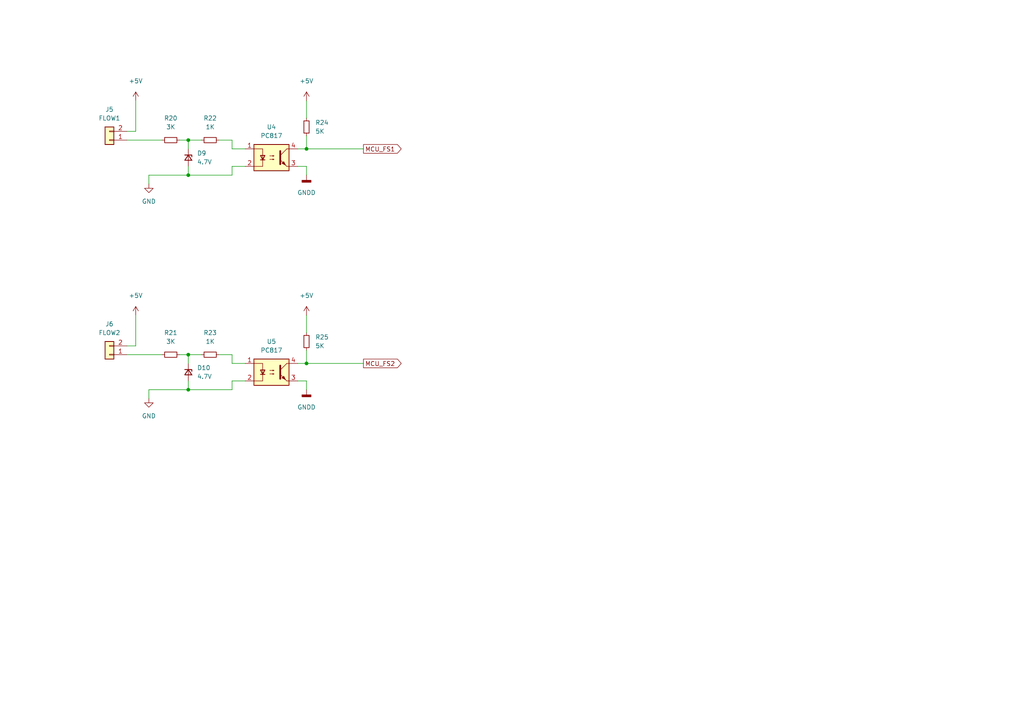
<source format=kicad_sch>
(kicad_sch (version 20211123) (generator eeschema)

  (uuid 21fbcf11-ef85-495e-ac4e-ca7efd6c0976)

  (paper "A4")

  (lib_symbols
    (symbol "Connector_Generic:Conn_01x02" (pin_names (offset 1.016) hide) (in_bom yes) (on_board yes)
      (property "Reference" "J" (id 0) (at 0 2.54 0)
        (effects (font (size 1.27 1.27)))
      )
      (property "Value" "Conn_01x02" (id 1) (at 0 -5.08 0)
        (effects (font (size 1.27 1.27)))
      )
      (property "Footprint" "" (id 2) (at 0 0 0)
        (effects (font (size 1.27 1.27)) hide)
      )
      (property "Datasheet" "~" (id 3) (at 0 0 0)
        (effects (font (size 1.27 1.27)) hide)
      )
      (property "ki_keywords" "connector" (id 4) (at 0 0 0)
        (effects (font (size 1.27 1.27)) hide)
      )
      (property "ki_description" "Generic connector, single row, 01x02, script generated (kicad-library-utils/schlib/autogen/connector/)" (id 5) (at 0 0 0)
        (effects (font (size 1.27 1.27)) hide)
      )
      (property "ki_fp_filters" "Connector*:*_1x??_*" (id 6) (at 0 0 0)
        (effects (font (size 1.27 1.27)) hide)
      )
      (symbol "Conn_01x02_1_1"
        (rectangle (start -1.27 -2.413) (end 0 -2.667)
          (stroke (width 0.1524) (type default) (color 0 0 0 0))
          (fill (type none))
        )
        (rectangle (start -1.27 0.127) (end 0 -0.127)
          (stroke (width 0.1524) (type default) (color 0 0 0 0))
          (fill (type none))
        )
        (rectangle (start -1.27 1.27) (end 1.27 -3.81)
          (stroke (width 0.254) (type default) (color 0 0 0 0))
          (fill (type background))
        )
        (pin passive line (at -5.08 0 0) (length 3.81)
          (name "Pin_1" (effects (font (size 1.27 1.27))))
          (number "1" (effects (font (size 1.27 1.27))))
        )
        (pin passive line (at -5.08 -2.54 0) (length 3.81)
          (name "Pin_2" (effects (font (size 1.27 1.27))))
          (number "2" (effects (font (size 1.27 1.27))))
        )
      )
    )
    (symbol "Device:D_Zener_Small" (pin_numbers hide) (pin_names (offset 0.254) hide) (in_bom yes) (on_board yes)
      (property "Reference" "D" (id 0) (at 0 2.286 0)
        (effects (font (size 1.27 1.27)))
      )
      (property "Value" "D_Zener_Small" (id 1) (at 0 -2.286 0)
        (effects (font (size 1.27 1.27)))
      )
      (property "Footprint" "" (id 2) (at 0 0 90)
        (effects (font (size 1.27 1.27)) hide)
      )
      (property "Datasheet" "~" (id 3) (at 0 0 90)
        (effects (font (size 1.27 1.27)) hide)
      )
      (property "ki_keywords" "diode" (id 4) (at 0 0 0)
        (effects (font (size 1.27 1.27)) hide)
      )
      (property "ki_description" "Zener diode, small symbol" (id 5) (at 0 0 0)
        (effects (font (size 1.27 1.27)) hide)
      )
      (property "ki_fp_filters" "TO-???* *_Diode_* *SingleDiode* D_*" (id 6) (at 0 0 0)
        (effects (font (size 1.27 1.27)) hide)
      )
      (symbol "D_Zener_Small_0_1"
        (polyline
          (pts
            (xy 0.762 0)
            (xy -0.762 0)
          )
          (stroke (width 0) (type default) (color 0 0 0 0))
          (fill (type none))
        )
        (polyline
          (pts
            (xy -0.254 1.016)
            (xy -0.762 1.016)
            (xy -0.762 -1.016)
          )
          (stroke (width 0.254) (type default) (color 0 0 0 0))
          (fill (type none))
        )
        (polyline
          (pts
            (xy 0.762 1.016)
            (xy -0.762 0)
            (xy 0.762 -1.016)
            (xy 0.762 1.016)
          )
          (stroke (width 0.254) (type default) (color 0 0 0 0))
          (fill (type none))
        )
      )
      (symbol "D_Zener_Small_1_1"
        (pin passive line (at -2.54 0 0) (length 1.778)
          (name "K" (effects (font (size 1.27 1.27))))
          (number "1" (effects (font (size 1.27 1.27))))
        )
        (pin passive line (at 2.54 0 180) (length 1.778)
          (name "A" (effects (font (size 1.27 1.27))))
          (number "2" (effects (font (size 1.27 1.27))))
        )
      )
    )
    (symbol "Device:R_Small" (pin_numbers hide) (pin_names (offset 0.254) hide) (in_bom yes) (on_board yes)
      (property "Reference" "R" (id 0) (at 0.762 0.508 0)
        (effects (font (size 1.27 1.27)) (justify left))
      )
      (property "Value" "R_Small" (id 1) (at 0.762 -1.016 0)
        (effects (font (size 1.27 1.27)) (justify left))
      )
      (property "Footprint" "" (id 2) (at 0 0 0)
        (effects (font (size 1.27 1.27)) hide)
      )
      (property "Datasheet" "~" (id 3) (at 0 0 0)
        (effects (font (size 1.27 1.27)) hide)
      )
      (property "ki_keywords" "R resistor" (id 4) (at 0 0 0)
        (effects (font (size 1.27 1.27)) hide)
      )
      (property "ki_description" "Resistor, small symbol" (id 5) (at 0 0 0)
        (effects (font (size 1.27 1.27)) hide)
      )
      (property "ki_fp_filters" "R_*" (id 6) (at 0 0 0)
        (effects (font (size 1.27 1.27)) hide)
      )
      (symbol "R_Small_0_1"
        (rectangle (start -0.762 1.778) (end 0.762 -1.778)
          (stroke (width 0.2032) (type default) (color 0 0 0 0))
          (fill (type none))
        )
      )
      (symbol "R_Small_1_1"
        (pin passive line (at 0 2.54 270) (length 0.762)
          (name "~" (effects (font (size 1.27 1.27))))
          (number "1" (effects (font (size 1.27 1.27))))
        )
        (pin passive line (at 0 -2.54 90) (length 0.762)
          (name "~" (effects (font (size 1.27 1.27))))
          (number "2" (effects (font (size 1.27 1.27))))
        )
      )
    )
    (symbol "Isolator:PC817" (pin_names (offset 1.016)) (in_bom yes) (on_board yes)
      (property "Reference" "U" (id 0) (at -5.08 5.08 0)
        (effects (font (size 1.27 1.27)) (justify left))
      )
      (property "Value" "PC817" (id 1) (at 0 5.08 0)
        (effects (font (size 1.27 1.27)) (justify left))
      )
      (property "Footprint" "Package_DIP:DIP-4_W7.62mm" (id 2) (at -5.08 -5.08 0)
        (effects (font (size 1.27 1.27) italic) (justify left) hide)
      )
      (property "Datasheet" "http://www.soselectronic.cz/a_info/resource/d/pc817.pdf" (id 3) (at 0 0 0)
        (effects (font (size 1.27 1.27)) (justify left) hide)
      )
      (property "ki_keywords" "NPN DC Optocoupler" (id 4) (at 0 0 0)
        (effects (font (size 1.27 1.27)) hide)
      )
      (property "ki_description" "DC Optocoupler, Vce 35V, CTR 50-300%, DIP-4" (id 5) (at 0 0 0)
        (effects (font (size 1.27 1.27)) hide)
      )
      (property "ki_fp_filters" "DIP*W7.62mm*" (id 6) (at 0 0 0)
        (effects (font (size 1.27 1.27)) hide)
      )
      (symbol "PC817_0_1"
        (rectangle (start -5.08 3.81) (end 5.08 -3.81)
          (stroke (width 0.254) (type default) (color 0 0 0 0))
          (fill (type background))
        )
        (polyline
          (pts
            (xy -3.175 -0.635)
            (xy -1.905 -0.635)
          )
          (stroke (width 0.254) (type default) (color 0 0 0 0))
          (fill (type none))
        )
        (polyline
          (pts
            (xy 2.54 0.635)
            (xy 4.445 2.54)
          )
          (stroke (width 0) (type default) (color 0 0 0 0))
          (fill (type none))
        )
        (polyline
          (pts
            (xy 4.445 -2.54)
            (xy 2.54 -0.635)
          )
          (stroke (width 0) (type default) (color 0 0 0 0))
          (fill (type outline))
        )
        (polyline
          (pts
            (xy 4.445 -2.54)
            (xy 5.08 -2.54)
          )
          (stroke (width 0) (type default) (color 0 0 0 0))
          (fill (type none))
        )
        (polyline
          (pts
            (xy 4.445 2.54)
            (xy 5.08 2.54)
          )
          (stroke (width 0) (type default) (color 0 0 0 0))
          (fill (type none))
        )
        (polyline
          (pts
            (xy -5.08 2.54)
            (xy -2.54 2.54)
            (xy -2.54 -0.635)
          )
          (stroke (width 0) (type default) (color 0 0 0 0))
          (fill (type none))
        )
        (polyline
          (pts
            (xy -2.54 -0.635)
            (xy -2.54 -2.54)
            (xy -5.08 -2.54)
          )
          (stroke (width 0) (type default) (color 0 0 0 0))
          (fill (type none))
        )
        (polyline
          (pts
            (xy 2.54 1.905)
            (xy 2.54 -1.905)
            (xy 2.54 -1.905)
          )
          (stroke (width 0.508) (type default) (color 0 0 0 0))
          (fill (type none))
        )
        (polyline
          (pts
            (xy -2.54 -0.635)
            (xy -3.175 0.635)
            (xy -1.905 0.635)
            (xy -2.54 -0.635)
          )
          (stroke (width 0.254) (type default) (color 0 0 0 0))
          (fill (type none))
        )
        (polyline
          (pts
            (xy -0.508 -0.508)
            (xy 0.762 -0.508)
            (xy 0.381 -0.635)
            (xy 0.381 -0.381)
            (xy 0.762 -0.508)
          )
          (stroke (width 0) (type default) (color 0 0 0 0))
          (fill (type none))
        )
        (polyline
          (pts
            (xy -0.508 0.508)
            (xy 0.762 0.508)
            (xy 0.381 0.381)
            (xy 0.381 0.635)
            (xy 0.762 0.508)
          )
          (stroke (width 0) (type default) (color 0 0 0 0))
          (fill (type none))
        )
        (polyline
          (pts
            (xy 3.048 -1.651)
            (xy 3.556 -1.143)
            (xy 4.064 -2.159)
            (xy 3.048 -1.651)
            (xy 3.048 -1.651)
          )
          (stroke (width 0) (type default) (color 0 0 0 0))
          (fill (type outline))
        )
      )
      (symbol "PC817_1_1"
        (pin passive line (at -7.62 2.54 0) (length 2.54)
          (name "~" (effects (font (size 1.27 1.27))))
          (number "1" (effects (font (size 1.27 1.27))))
        )
        (pin passive line (at -7.62 -2.54 0) (length 2.54)
          (name "~" (effects (font (size 1.27 1.27))))
          (number "2" (effects (font (size 1.27 1.27))))
        )
        (pin passive line (at 7.62 -2.54 180) (length 2.54)
          (name "~" (effects (font (size 1.27 1.27))))
          (number "3" (effects (font (size 1.27 1.27))))
        )
        (pin passive line (at 7.62 2.54 180) (length 2.54)
          (name "~" (effects (font (size 1.27 1.27))))
          (number "4" (effects (font (size 1.27 1.27))))
        )
      )
    )
    (symbol "power:+5V" (power) (pin_names (offset 0)) (in_bom yes) (on_board yes)
      (property "Reference" "#PWR" (id 0) (at 0 -3.81 0)
        (effects (font (size 1.27 1.27)) hide)
      )
      (property "Value" "+5V" (id 1) (at 0 3.556 0)
        (effects (font (size 1.27 1.27)))
      )
      (property "Footprint" "" (id 2) (at 0 0 0)
        (effects (font (size 1.27 1.27)) hide)
      )
      (property "Datasheet" "" (id 3) (at 0 0 0)
        (effects (font (size 1.27 1.27)) hide)
      )
      (property "ki_keywords" "power-flag" (id 4) (at 0 0 0)
        (effects (font (size 1.27 1.27)) hide)
      )
      (property "ki_description" "Power symbol creates a global label with name \"+5V\"" (id 5) (at 0 0 0)
        (effects (font (size 1.27 1.27)) hide)
      )
      (symbol "+5V_0_1"
        (polyline
          (pts
            (xy -0.762 1.27)
            (xy 0 2.54)
          )
          (stroke (width 0) (type default) (color 0 0 0 0))
          (fill (type none))
        )
        (polyline
          (pts
            (xy 0 0)
            (xy 0 2.54)
          )
          (stroke (width 0) (type default) (color 0 0 0 0))
          (fill (type none))
        )
        (polyline
          (pts
            (xy 0 2.54)
            (xy 0.762 1.27)
          )
          (stroke (width 0) (type default) (color 0 0 0 0))
          (fill (type none))
        )
      )
      (symbol "+5V_1_1"
        (pin power_in line (at 0 0 90) (length 0) hide
          (name "+5V" (effects (font (size 1.27 1.27))))
          (number "1" (effects (font (size 1.27 1.27))))
        )
      )
    )
    (symbol "power:GND" (power) (pin_names (offset 0)) (in_bom yes) (on_board yes)
      (property "Reference" "#PWR" (id 0) (at 0 -6.35 0)
        (effects (font (size 1.27 1.27)) hide)
      )
      (property "Value" "GND" (id 1) (at 0 -3.81 0)
        (effects (font (size 1.27 1.27)))
      )
      (property "Footprint" "" (id 2) (at 0 0 0)
        (effects (font (size 1.27 1.27)) hide)
      )
      (property "Datasheet" "" (id 3) (at 0 0 0)
        (effects (font (size 1.27 1.27)) hide)
      )
      (property "ki_keywords" "power-flag" (id 4) (at 0 0 0)
        (effects (font (size 1.27 1.27)) hide)
      )
      (property "ki_description" "Power symbol creates a global label with name \"GND\" , ground" (id 5) (at 0 0 0)
        (effects (font (size 1.27 1.27)) hide)
      )
      (symbol "GND_0_1"
        (polyline
          (pts
            (xy 0 0)
            (xy 0 -1.27)
            (xy 1.27 -1.27)
            (xy 0 -2.54)
            (xy -1.27 -1.27)
            (xy 0 -1.27)
          )
          (stroke (width 0) (type default) (color 0 0 0 0))
          (fill (type none))
        )
      )
      (symbol "GND_1_1"
        (pin power_in line (at 0 0 270) (length 0) hide
          (name "GND" (effects (font (size 1.27 1.27))))
          (number "1" (effects (font (size 1.27 1.27))))
        )
      )
    )
    (symbol "power:GNDD" (power) (pin_names (offset 0)) (in_bom yes) (on_board yes)
      (property "Reference" "#PWR" (id 0) (at 0 -6.35 0)
        (effects (font (size 1.27 1.27)) hide)
      )
      (property "Value" "GNDD" (id 1) (at 0 -3.175 0)
        (effects (font (size 1.27 1.27)))
      )
      (property "Footprint" "" (id 2) (at 0 0 0)
        (effects (font (size 1.27 1.27)) hide)
      )
      (property "Datasheet" "" (id 3) (at 0 0 0)
        (effects (font (size 1.27 1.27)) hide)
      )
      (property "ki_keywords" "power-flag" (id 4) (at 0 0 0)
        (effects (font (size 1.27 1.27)) hide)
      )
      (property "ki_description" "Power symbol creates a global label with name \"GNDD\" , digital ground" (id 5) (at 0 0 0)
        (effects (font (size 1.27 1.27)) hide)
      )
      (symbol "GNDD_0_1"
        (rectangle (start -1.27 -1.524) (end 1.27 -2.032)
          (stroke (width 0.254) (type default) (color 0 0 0 0))
          (fill (type outline))
        )
        (polyline
          (pts
            (xy 0 0)
            (xy 0 -1.524)
          )
          (stroke (width 0) (type default) (color 0 0 0 0))
          (fill (type none))
        )
      )
      (symbol "GNDD_1_1"
        (pin power_in line (at 0 0 270) (length 0) hide
          (name "GNDD" (effects (font (size 1.27 1.27))))
          (number "1" (effects (font (size 1.27 1.27))))
        )
      )
    )
  )

  (junction (at 88.9 43.18) (diameter 0) (color 0 0 0 0)
    (uuid 0a95f2f5-ab8d-4890-8084-05982296909f)
  )
  (junction (at 88.9 105.41) (diameter 0) (color 0 0 0 0)
    (uuid 74393377-6dd8-4903-b1d4-b4b42338f1b6)
  )
  (junction (at 54.61 50.8) (diameter 0) (color 0 0 0 0)
    (uuid 77df2627-b48c-4035-a024-0d8d9397b5d8)
  )
  (junction (at 54.61 102.87) (diameter 0) (color 0 0 0 0)
    (uuid 88a41592-f716-4e64-9cf7-499e8151609a)
  )
  (junction (at 54.61 40.64) (diameter 0) (color 0 0 0 0)
    (uuid d7b0e219-1cff-466e-be20-97d1893f752e)
  )
  (junction (at 54.61 113.03) (diameter 0) (color 0 0 0 0)
    (uuid d96fd3d1-d95b-4cac-aa5f-e25c2e3971b3)
  )

  (wire (pts (xy 88.9 39.37) (xy 88.9 43.18))
    (stroke (width 0) (type default) (color 0 0 0 0))
    (uuid 03e3934b-ea4c-4548-b7c9-411eddbacc32)
  )
  (wire (pts (xy 43.18 50.8) (xy 54.61 50.8))
    (stroke (width 0) (type default) (color 0 0 0 0))
    (uuid 0b81c2a1-951a-438a-aff1-d62f63c5f4ab)
  )
  (wire (pts (xy 71.12 110.49) (xy 67.31 110.49))
    (stroke (width 0) (type default) (color 0 0 0 0))
    (uuid 0d8bb903-ac1d-4b2d-aa39-ccf9abcfa139)
  )
  (wire (pts (xy 43.18 113.03) (xy 54.61 113.03))
    (stroke (width 0) (type default) (color 0 0 0 0))
    (uuid 173fc50f-1544-4a38-9792-ca35c8bef80f)
  )
  (wire (pts (xy 88.9 110.49) (xy 86.36 110.49))
    (stroke (width 0) (type default) (color 0 0 0 0))
    (uuid 1ca47e48-1434-471c-aa46-894de9054d23)
  )
  (wire (pts (xy 88.9 29.21) (xy 88.9 34.29))
    (stroke (width 0) (type default) (color 0 0 0 0))
    (uuid 1ec65cbc-55af-4cf7-9551-db297f7c4fd0)
  )
  (wire (pts (xy 71.12 43.18) (xy 67.31 43.18))
    (stroke (width 0) (type default) (color 0 0 0 0))
    (uuid 1f1cbb89-a885-4e19-84c0-e5f3811ddae2)
  )
  (wire (pts (xy 36.83 38.1) (xy 39.37 38.1))
    (stroke (width 0) (type default) (color 0 0 0 0))
    (uuid 20570f4c-3c21-4f82-84bc-79f008bdcedf)
  )
  (wire (pts (xy 88.9 91.44) (xy 88.9 96.52))
    (stroke (width 0) (type default) (color 0 0 0 0))
    (uuid 27f94300-4b03-4913-9d41-189c08e9ad1d)
  )
  (wire (pts (xy 54.61 48.26) (xy 54.61 50.8))
    (stroke (width 0) (type default) (color 0 0 0 0))
    (uuid 329d027c-a3bb-4c29-ad89-11a064f4fed8)
  )
  (wire (pts (xy 54.61 50.8) (xy 67.31 50.8))
    (stroke (width 0) (type default) (color 0 0 0 0))
    (uuid 3b98238a-3880-44f5-bb62-9f3166438aea)
  )
  (wire (pts (xy 54.61 102.87) (xy 58.42 102.87))
    (stroke (width 0) (type default) (color 0 0 0 0))
    (uuid 489152d2-efca-414d-854a-d50dc0d0e18f)
  )
  (wire (pts (xy 36.83 102.87) (xy 46.99 102.87))
    (stroke (width 0) (type default) (color 0 0 0 0))
    (uuid 592db606-05c7-43de-b06e-1bf90159b050)
  )
  (wire (pts (xy 88.9 48.26) (xy 88.9 50.8))
    (stroke (width 0) (type default) (color 0 0 0 0))
    (uuid 5be4689b-d39f-4a1d-96d3-182e5997c4d5)
  )
  (wire (pts (xy 88.9 48.26) (xy 86.36 48.26))
    (stroke (width 0) (type default) (color 0 0 0 0))
    (uuid 600acc03-0fc2-47da-a3fd-d01d02a361f7)
  )
  (wire (pts (xy 52.07 40.64) (xy 54.61 40.64))
    (stroke (width 0) (type default) (color 0 0 0 0))
    (uuid 6016891c-9232-4d87-bfe5-58fd745a9703)
  )
  (wire (pts (xy 88.9 101.6) (xy 88.9 105.41))
    (stroke (width 0) (type default) (color 0 0 0 0))
    (uuid 6249a4e5-a831-42a0-a3c1-c2f4abf93720)
  )
  (wire (pts (xy 52.07 102.87) (xy 54.61 102.87))
    (stroke (width 0) (type default) (color 0 0 0 0))
    (uuid 6a62a0c2-6aa7-4797-8abc-198dd6344343)
  )
  (wire (pts (xy 39.37 29.21) (xy 39.37 38.1))
    (stroke (width 0) (type default) (color 0 0 0 0))
    (uuid 6a70c0cd-5840-4334-b72d-b7f6259e9dc3)
  )
  (wire (pts (xy 54.61 105.41) (xy 54.61 102.87))
    (stroke (width 0) (type default) (color 0 0 0 0))
    (uuid 6ad756b0-75d2-4272-a000-ff542e8283e8)
  )
  (wire (pts (xy 43.18 50.8) (xy 43.18 53.34))
    (stroke (width 0) (type default) (color 0 0 0 0))
    (uuid 6afefd4d-5e64-452f-be51-e15fc55a2be6)
  )
  (wire (pts (xy 67.31 110.49) (xy 67.31 113.03))
    (stroke (width 0) (type default) (color 0 0 0 0))
    (uuid 6ef1f09d-5644-44d2-859f-dc10f0e7b8cf)
  )
  (wire (pts (xy 86.36 43.18) (xy 88.9 43.18))
    (stroke (width 0) (type default) (color 0 0 0 0))
    (uuid 743fff85-7287-4681-a787-13d586659cd4)
  )
  (wire (pts (xy 71.12 48.26) (xy 67.31 48.26))
    (stroke (width 0) (type default) (color 0 0 0 0))
    (uuid 8165468f-c895-407e-a5c6-9e0f07039562)
  )
  (wire (pts (xy 54.61 43.18) (xy 54.61 40.64))
    (stroke (width 0) (type default) (color 0 0 0 0))
    (uuid 81992b69-8252-44dd-bddb-13315dce14f9)
  )
  (wire (pts (xy 54.61 110.49) (xy 54.61 113.03))
    (stroke (width 0) (type default) (color 0 0 0 0))
    (uuid 89758620-a1e4-45f8-8d9b-1f9d1f344ca1)
  )
  (wire (pts (xy 54.61 113.03) (xy 67.31 113.03))
    (stroke (width 0) (type default) (color 0 0 0 0))
    (uuid 8dfd1fbb-112f-4f9d-86be-f5f589e62bd5)
  )
  (wire (pts (xy 54.61 40.64) (xy 58.42 40.64))
    (stroke (width 0) (type default) (color 0 0 0 0))
    (uuid 9738b04e-de55-4915-89d0-9eec1f499c0a)
  )
  (wire (pts (xy 67.31 48.26) (xy 67.31 50.8))
    (stroke (width 0) (type default) (color 0 0 0 0))
    (uuid 9e28e751-e8a1-4294-bdbf-c9a35c73b435)
  )
  (wire (pts (xy 71.12 105.41) (xy 67.31 105.41))
    (stroke (width 0) (type default) (color 0 0 0 0))
    (uuid a31a9c13-b5a1-4d8c-a93c-0129dc1a07a5)
  )
  (wire (pts (xy 88.9 43.18) (xy 105.41 43.18))
    (stroke (width 0) (type default) (color 0 0 0 0))
    (uuid ac595651-2d03-4b51-ade5-e9709d97ebd9)
  )
  (wire (pts (xy 67.31 43.18) (xy 67.31 40.64))
    (stroke (width 0) (type default) (color 0 0 0 0))
    (uuid ad3f7f3e-8915-4d23-9b10-89e45d497ff2)
  )
  (wire (pts (xy 86.36 105.41) (xy 88.9 105.41))
    (stroke (width 0) (type default) (color 0 0 0 0))
    (uuid aeb9c8d2-93de-44df-92a0-6c15ae51cad8)
  )
  (wire (pts (xy 36.83 100.33) (xy 39.37 100.33))
    (stroke (width 0) (type default) (color 0 0 0 0))
    (uuid c6279bc7-9a5f-418e-946c-cca2c6b621dd)
  )
  (wire (pts (xy 67.31 102.87) (xy 63.5 102.87))
    (stroke (width 0) (type default) (color 0 0 0 0))
    (uuid cd126357-468b-4c0e-b649-f351e6abd7df)
  )
  (wire (pts (xy 36.83 40.64) (xy 46.99 40.64))
    (stroke (width 0) (type default) (color 0 0 0 0))
    (uuid ce840485-d635-4ae5-9ee6-0770962e915a)
  )
  (wire (pts (xy 88.9 110.49) (xy 88.9 113.03))
    (stroke (width 0) (type default) (color 0 0 0 0))
    (uuid dd23368a-6e34-4d94-b702-ad61a6682662)
  )
  (wire (pts (xy 43.18 113.03) (xy 43.18 115.57))
    (stroke (width 0) (type default) (color 0 0 0 0))
    (uuid e12e5069-b17c-4848-92ff-af12ef3c3982)
  )
  (wire (pts (xy 67.31 40.64) (xy 63.5 40.64))
    (stroke (width 0) (type default) (color 0 0 0 0))
    (uuid e2caf3fb-ed80-43f0-bcb9-132b51b1c5f3)
  )
  (wire (pts (xy 88.9 105.41) (xy 105.41 105.41))
    (stroke (width 0) (type default) (color 0 0 0 0))
    (uuid e7e37987-dda9-495a-b424-28c889bac4d7)
  )
  (wire (pts (xy 39.37 91.44) (xy 39.37 100.33))
    (stroke (width 0) (type default) (color 0 0 0 0))
    (uuid ef56eb47-ccf9-4509-a62a-ce045737c9d7)
  )
  (wire (pts (xy 67.31 105.41) (xy 67.31 102.87))
    (stroke (width 0) (type default) (color 0 0 0 0))
    (uuid ffc97216-2d29-4663-ad24-96f3c92f63e1)
  )

  (global_label "MCU_FS2" (shape output) (at 105.41 105.41 0) (fields_autoplaced)
    (effects (font (size 1.27 1.27)) (justify left))
    (uuid 2ba060b8-0621-4dce-9c25-abeba06cb710)
    (property "Intersheet References" "${INTERSHEET_REFS}" (id 0) (at 116.3502 105.3306 0)
      (effects (font (size 1.27 1.27)) (justify left) hide)
    )
  )
  (global_label "MCU_FS1" (shape output) (at 105.41 43.18 0) (fields_autoplaced)
    (effects (font (size 1.27 1.27)) (justify left))
    (uuid 9907136e-1eec-456b-a431-a39c63882e55)
    (property "Intersheet References" "${INTERSHEET_REFS}" (id 0) (at 116.3502 43.1006 0)
      (effects (font (size 1.27 1.27)) (justify left) hide)
    )
  )

  (symbol (lib_id "power:+5V") (at 39.37 29.21 0) (unit 1)
    (in_bom yes) (on_board yes) (fields_autoplaced)
    (uuid 07476025-1383-46f7-b1b8-80bd470b3e4c)
    (property "Reference" "#PWR?" (id 0) (at 39.37 33.02 0)
      (effects (font (size 1.27 1.27)) hide)
    )
    (property "Value" "+5V" (id 1) (at 39.37 23.495 0))
    (property "Footprint" "" (id 2) (at 39.37 29.21 0)
      (effects (font (size 1.27 1.27)) hide)
    )
    (property "Datasheet" "" (id 3) (at 39.37 29.21 0)
      (effects (font (size 1.27 1.27)) hide)
    )
    (pin "1" (uuid 9ce08fc3-2876-4efe-aa50-7aa7fc7e52f4))
  )

  (symbol (lib_id "Isolator:PC817") (at 78.74 45.72 0) (unit 1)
    (in_bom yes) (on_board yes) (fields_autoplaced)
    (uuid 0ef1dd54-96ff-42e0-9dbc-64ee365f85b2)
    (property "Reference" "U4" (id 0) (at 78.74 36.83 0))
    (property "Value" "PC817" (id 1) (at 78.74 39.37 0))
    (property "Footprint" "Package_DIP:DIP-4_W7.62mm" (id 2) (at 73.66 50.8 0)
      (effects (font (size 1.27 1.27) italic) (justify left) hide)
    )
    (property "Datasheet" "http://www.soselectronic.cz/a_info/resource/d/pc817.pdf" (id 3) (at 78.74 45.72 0)
      (effects (font (size 1.27 1.27)) (justify left) hide)
    )
    (pin "1" (uuid 49ef12f0-1710-4791-bfae-495b2003f25f))
    (pin "2" (uuid eebead3f-7cc4-4170-87a7-b3c44888868f))
    (pin "3" (uuid 00302d24-4785-4013-81e6-1a67647c754c))
    (pin "4" (uuid eb6336ee-00e4-410a-8718-3a0ae63c26db))
  )

  (symbol (lib_id "Isolator:PC817") (at 78.74 107.95 0) (unit 1)
    (in_bom yes) (on_board yes) (fields_autoplaced)
    (uuid 18db35dd-ef29-4033-8660-c9a5c3dfe0de)
    (property "Reference" "U5" (id 0) (at 78.74 99.06 0))
    (property "Value" "PC817" (id 1) (at 78.74 101.6 0))
    (property "Footprint" "Package_DIP:DIP-4_W7.62mm" (id 2) (at 73.66 113.03 0)
      (effects (font (size 1.27 1.27) italic) (justify left) hide)
    )
    (property "Datasheet" "http://www.soselectronic.cz/a_info/resource/d/pc817.pdf" (id 3) (at 78.74 107.95 0)
      (effects (font (size 1.27 1.27)) (justify left) hide)
    )
    (pin "1" (uuid ee955468-f71e-466d-a624-be60d7a503ae))
    (pin "2" (uuid 7b51047b-8e1e-4331-955f-d382dad3495a))
    (pin "3" (uuid 2ea96bbf-ab25-4199-aa29-c54a94aeea2e))
    (pin "4" (uuid d2018e0a-6cba-47b3-8e42-c8798bfca659))
  )

  (symbol (lib_id "power:GND") (at 43.18 115.57 0) (unit 1)
    (in_bom yes) (on_board yes) (fields_autoplaced)
    (uuid 26d847d9-dac0-4e28-a7a1-b82483e5ee6c)
    (property "Reference" "#PWR064" (id 0) (at 43.18 121.92 0)
      (effects (font (size 1.27 1.27)) hide)
    )
    (property "Value" "GND" (id 1) (at 43.18 120.65 0))
    (property "Footprint" "" (id 2) (at 43.18 115.57 0)
      (effects (font (size 1.27 1.27)) hide)
    )
    (property "Datasheet" "" (id 3) (at 43.18 115.57 0)
      (effects (font (size 1.27 1.27)) hide)
    )
    (pin "1" (uuid d13aa399-fdd0-4910-84e6-1e3d50418141))
  )

  (symbol (lib_id "Device:D_Zener_Small") (at 54.61 45.72 270) (unit 1)
    (in_bom yes) (on_board yes) (fields_autoplaced)
    (uuid 2c9c42cd-a132-4ed4-903a-aa85841bb43d)
    (property "Reference" "D9" (id 0) (at 57.15 44.4499 90)
      (effects (font (size 1.27 1.27)) (justify left))
    )
    (property "Value" "4.7V" (id 1) (at 57.15 46.9899 90)
      (effects (font (size 1.27 1.27)) (justify left))
    )
    (property "Footprint" "Diode_SMD:D_MiniMELF" (id 2) (at 54.61 45.72 90)
      (effects (font (size 1.27 1.27)) hide)
    )
    (property "Datasheet" "~" (id 3) (at 54.61 45.72 90)
      (effects (font (size 1.27 1.27)) hide)
    )
    (pin "1" (uuid ba456e04-0e68-4488-a5e4-883d8a514dca))
    (pin "2" (uuid f993ed00-d620-4392-8ae2-291f59ef9b70))
  )

  (symbol (lib_id "power:+5V") (at 88.9 91.44 0) (unit 1)
    (in_bom yes) (on_board yes) (fields_autoplaced)
    (uuid 37997717-f44a-4752-ae44-a1f9eed09af9)
    (property "Reference" "#PWR?" (id 0) (at 88.9 95.25 0)
      (effects (font (size 1.27 1.27)) hide)
    )
    (property "Value" "+5V" (id 1) (at 88.9 85.725 0))
    (property "Footprint" "" (id 2) (at 88.9 91.44 0)
      (effects (font (size 1.27 1.27)) hide)
    )
    (property "Datasheet" "" (id 3) (at 88.9 91.44 0)
      (effects (font (size 1.27 1.27)) hide)
    )
    (pin "1" (uuid 44d43219-ec47-4af8-abac-51b7dd089321))
  )

  (symbol (lib_id "power:+5V") (at 88.9 29.21 0) (unit 1)
    (in_bom yes) (on_board yes) (fields_autoplaced)
    (uuid 5db14e5e-1111-4b73-bb6f-07f6882bcb4c)
    (property "Reference" "#PWR?" (id 0) (at 88.9 33.02 0)
      (effects (font (size 1.27 1.27)) hide)
    )
    (property "Value" "+5V" (id 1) (at 88.9 23.495 0))
    (property "Footprint" "" (id 2) (at 88.9 29.21 0)
      (effects (font (size 1.27 1.27)) hide)
    )
    (property "Datasheet" "" (id 3) (at 88.9 29.21 0)
      (effects (font (size 1.27 1.27)) hide)
    )
    (pin "1" (uuid ecfa5d5e-63ae-444a-b435-0881c87eedd3))
  )

  (symbol (lib_id "Device:R_Small") (at 60.96 102.87 90) (unit 1)
    (in_bom yes) (on_board yes) (fields_autoplaced)
    (uuid 636425f3-c63d-4fcd-9712-e123a733b249)
    (property "Reference" "R23" (id 0) (at 60.96 96.52 90))
    (property "Value" "1K" (id 1) (at 60.96 99.06 90))
    (property "Footprint" "Resistor_SMD:R_0805_2012Metric" (id 2) (at 60.96 102.87 0)
      (effects (font (size 1.27 1.27)) hide)
    )
    (property "Datasheet" "~" (id 3) (at 60.96 102.87 0)
      (effects (font (size 1.27 1.27)) hide)
    )
    (pin "1" (uuid de99bf69-b88d-43ec-a8b6-2500beb816e3))
    (pin "2" (uuid 0684fa89-dff4-4e29-ae73-1482d02ad92b))
  )

  (symbol (lib_id "Connector_Generic:Conn_01x02") (at 31.75 40.64 180) (unit 1)
    (in_bom yes) (on_board yes) (fields_autoplaced)
    (uuid 71321afc-d897-41dc-ab96-2ceb7f018b73)
    (property "Reference" "J5" (id 0) (at 31.75 31.75 0))
    (property "Value" "FLOW1" (id 1) (at 31.75 34.29 0))
    (property "Footprint" "Plumbing_Controller:PinHeader_1x02_P3.81mm" (id 2) (at 31.75 40.64 0)
      (effects (font (size 1.27 1.27)) hide)
    )
    (property "Datasheet" "~" (id 3) (at 31.75 40.64 0)
      (effects (font (size 1.27 1.27)) hide)
    )
    (pin "1" (uuid 0a8774d5-044d-46e8-b671-aa07ca09e6f1))
    (pin "2" (uuid 015c1841-8e87-4fd6-a1ed-678b46301bca))
  )

  (symbol (lib_id "Device:R_Small") (at 88.9 36.83 0) (unit 1)
    (in_bom yes) (on_board yes) (fields_autoplaced)
    (uuid 8f404211-26d2-47eb-8f38-93d34607cdf0)
    (property "Reference" "R24" (id 0) (at 91.44 35.5599 0)
      (effects (font (size 1.27 1.27)) (justify left))
    )
    (property "Value" "5K" (id 1) (at 91.44 38.0999 0)
      (effects (font (size 1.27 1.27)) (justify left))
    )
    (property "Footprint" "Resistor_SMD:R_0805_2012Metric" (id 2) (at 88.9 36.83 0)
      (effects (font (size 1.27 1.27)) hide)
    )
    (property "Datasheet" "~" (id 3) (at 88.9 36.83 0)
      (effects (font (size 1.27 1.27)) hide)
    )
    (pin "1" (uuid 83dc9f50-c561-4bb1-b084-bae0fd39e8c7))
    (pin "2" (uuid ead52050-8803-4fa6-9983-a82b04901aa1))
  )

  (symbol (lib_id "Device:R_Small") (at 49.53 102.87 90) (unit 1)
    (in_bom yes) (on_board yes) (fields_autoplaced)
    (uuid 9ec5a114-8fee-4240-913f-f21703465b86)
    (property "Reference" "R21" (id 0) (at 49.53 96.52 90))
    (property "Value" "3K" (id 1) (at 49.53 99.06 90))
    (property "Footprint" "Resistor_SMD:R_0805_2012Metric" (id 2) (at 49.53 102.87 0)
      (effects (font (size 1.27 1.27)) hide)
    )
    (property "Datasheet" "~" (id 3) (at 49.53 102.87 0)
      (effects (font (size 1.27 1.27)) hide)
    )
    (pin "1" (uuid efaba568-4bdd-41c8-b2b7-5f18c2cb4cea))
    (pin "2" (uuid 194e6138-5af9-4ea0-9710-0ccbbecd2a52))
  )

  (symbol (lib_id "Device:D_Zener_Small") (at 54.61 107.95 270) (unit 1)
    (in_bom yes) (on_board yes) (fields_autoplaced)
    (uuid a5e4882f-a036-4130-af73-114bea1774c4)
    (property "Reference" "D10" (id 0) (at 57.15 106.6799 90)
      (effects (font (size 1.27 1.27)) (justify left))
    )
    (property "Value" "4.7V" (id 1) (at 57.15 109.2199 90)
      (effects (font (size 1.27 1.27)) (justify left))
    )
    (property "Footprint" "Diode_SMD:D_MiniMELF" (id 2) (at 54.61 107.95 90)
      (effects (font (size 1.27 1.27)) hide)
    )
    (property "Datasheet" "~" (id 3) (at 54.61 107.95 90)
      (effects (font (size 1.27 1.27)) hide)
    )
    (pin "1" (uuid 9e34b7aa-f134-41c9-9bce-c2321cd5849b))
    (pin "2" (uuid 8d11e384-abfd-4e82-883d-0bbc21aa02ea))
  )

  (symbol (lib_id "power:GNDD") (at 88.9 50.8 0) (unit 1)
    (in_bom yes) (on_board yes) (fields_autoplaced)
    (uuid acc7fbf1-2f98-4362-a352-6f0ea3b2f31f)
    (property "Reference" "#PWR066" (id 0) (at 88.9 57.15 0)
      (effects (font (size 1.27 1.27)) hide)
    )
    (property "Value" "GNDD" (id 1) (at 88.9 55.88 0))
    (property "Footprint" "" (id 2) (at 88.9 50.8 0)
      (effects (font (size 1.27 1.27)) hide)
    )
    (property "Datasheet" "" (id 3) (at 88.9 50.8 0)
      (effects (font (size 1.27 1.27)) hide)
    )
    (pin "1" (uuid a3bd571e-0802-43a6-9549-341b5f891ddb))
  )

  (symbol (lib_id "Device:R_Small") (at 49.53 40.64 90) (unit 1)
    (in_bom yes) (on_board yes) (fields_autoplaced)
    (uuid c9e310c1-924e-4a64-bfc7-a9e729e986db)
    (property "Reference" "R20" (id 0) (at 49.53 34.29 90))
    (property "Value" "3K" (id 1) (at 49.53 36.83 90))
    (property "Footprint" "Resistor_SMD:R_0805_2012Metric" (id 2) (at 49.53 40.64 0)
      (effects (font (size 1.27 1.27)) hide)
    )
    (property "Datasheet" "~" (id 3) (at 49.53 40.64 0)
      (effects (font (size 1.27 1.27)) hide)
    )
    (pin "1" (uuid 42892a5f-8896-49f6-a262-bc3e04ab1221))
    (pin "2" (uuid f0bb363f-5d16-496d-810c-0cf6b10e4f9e))
  )

  (symbol (lib_id "power:GNDD") (at 88.9 113.03 0) (unit 1)
    (in_bom yes) (on_board yes) (fields_autoplaced)
    (uuid ca884b98-302b-43bf-a654-2a6c2c28ce40)
    (property "Reference" "#PWR068" (id 0) (at 88.9 119.38 0)
      (effects (font (size 1.27 1.27)) hide)
    )
    (property "Value" "GNDD" (id 1) (at 88.9 118.11 0))
    (property "Footprint" "" (id 2) (at 88.9 113.03 0)
      (effects (font (size 1.27 1.27)) hide)
    )
    (property "Datasheet" "" (id 3) (at 88.9 113.03 0)
      (effects (font (size 1.27 1.27)) hide)
    )
    (pin "1" (uuid aec106ab-fd6d-44bb-a914-cbe3083e043d))
  )

  (symbol (lib_id "Connector_Generic:Conn_01x02") (at 31.75 102.87 180) (unit 1)
    (in_bom yes) (on_board yes) (fields_autoplaced)
    (uuid d5e40f4a-900f-43b0-b089-2df5253554f6)
    (property "Reference" "J6" (id 0) (at 31.75 93.98 0))
    (property "Value" "FLOW2" (id 1) (at 31.75 96.52 0))
    (property "Footprint" "Plumbing_Controller:PinHeader_1x02_P3.81mm" (id 2) (at 31.75 102.87 0)
      (effects (font (size 1.27 1.27)) hide)
    )
    (property "Datasheet" "~" (id 3) (at 31.75 102.87 0)
      (effects (font (size 1.27 1.27)) hide)
    )
    (pin "1" (uuid 21a942b2-45e1-4f4a-9f69-44b07c240923))
    (pin "2" (uuid a138036a-300c-41d6-bdd2-2db3691d3248))
  )

  (symbol (lib_id "power:GND") (at 43.18 53.34 0) (unit 1)
    (in_bom yes) (on_board yes) (fields_autoplaced)
    (uuid e23948b3-bf6f-4c2f-8c2e-e3d0a3310611)
    (property "Reference" "#PWR063" (id 0) (at 43.18 59.69 0)
      (effects (font (size 1.27 1.27)) hide)
    )
    (property "Value" "GND" (id 1) (at 43.18 58.42 0))
    (property "Footprint" "" (id 2) (at 43.18 53.34 0)
      (effects (font (size 1.27 1.27)) hide)
    )
    (property "Datasheet" "" (id 3) (at 43.18 53.34 0)
      (effects (font (size 1.27 1.27)) hide)
    )
    (pin "1" (uuid 45467257-a6e0-4ce6-96be-c3778a4d2b56))
  )

  (symbol (lib_id "Device:R_Small") (at 88.9 99.06 0) (unit 1)
    (in_bom yes) (on_board yes) (fields_autoplaced)
    (uuid eda07290-af45-4d02-a854-04cae9d07d4a)
    (property "Reference" "R25" (id 0) (at 91.44 97.7899 0)
      (effects (font (size 1.27 1.27)) (justify left))
    )
    (property "Value" "5K" (id 1) (at 91.44 100.3299 0)
      (effects (font (size 1.27 1.27)) (justify left))
    )
    (property "Footprint" "Resistor_SMD:R_0805_2012Metric" (id 2) (at 88.9 99.06 0)
      (effects (font (size 1.27 1.27)) hide)
    )
    (property "Datasheet" "~" (id 3) (at 88.9 99.06 0)
      (effects (font (size 1.27 1.27)) hide)
    )
    (pin "1" (uuid 6c72811d-cd07-48c1-acdc-111768ce8ebd))
    (pin "2" (uuid 8cb87d24-a17a-4126-bf42-e4b39f85980d))
  )

  (symbol (lib_id "Device:R_Small") (at 60.96 40.64 90) (unit 1)
    (in_bom yes) (on_board yes) (fields_autoplaced)
    (uuid f3fe3a4b-ddd1-4adb-b196-21133f62c626)
    (property "Reference" "R22" (id 0) (at 60.96 34.29 90))
    (property "Value" "1K" (id 1) (at 60.96 36.83 90))
    (property "Footprint" "Resistor_SMD:R_0805_2012Metric" (id 2) (at 60.96 40.64 0)
      (effects (font (size 1.27 1.27)) hide)
    )
    (property "Datasheet" "~" (id 3) (at 60.96 40.64 0)
      (effects (font (size 1.27 1.27)) hide)
    )
    (pin "1" (uuid 57dcba3f-aeed-4f6b-8cc4-639ebd4944b6))
    (pin "2" (uuid 371bca6f-1838-452c-9bc0-4f6c64c675f4))
  )

  (symbol (lib_id "power:+5V") (at 39.37 91.44 0) (unit 1)
    (in_bom yes) (on_board yes) (fields_autoplaced)
    (uuid fe8caff3-a405-4070-8f67-b8c8dc5271a2)
    (property "Reference" "#PWR?" (id 0) (at 39.37 95.25 0)
      (effects (font (size 1.27 1.27)) hide)
    )
    (property "Value" "+5V" (id 1) (at 39.37 85.725 0))
    (property "Footprint" "" (id 2) (at 39.37 91.44 0)
      (effects (font (size 1.27 1.27)) hide)
    )
    (property "Datasheet" "" (id 3) (at 39.37 91.44 0)
      (effects (font (size 1.27 1.27)) hide)
    )
    (pin "1" (uuid cc9aa16d-153a-4879-8ebf-70eb3b5ab7fd))
  )
)

</source>
